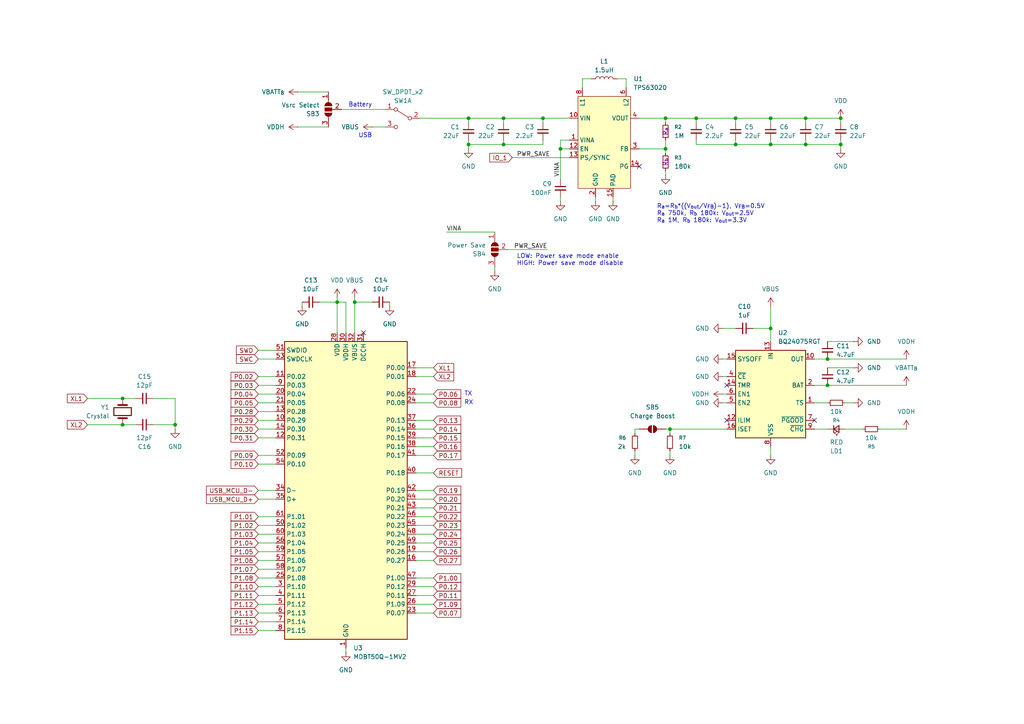
<source format=kicad_sch>
(kicad_sch (version 20250114) (generator "eeschema") (generator_version "9.0")
  (paper "A4")
  (lib_symbols
    (symbol "Battery_Management:BQ24075RGT"
      (property "Reference" "U" (at -8.89 13.97 0))
      (property "Value" "BQ24075RGT" (at 16.51 13.97 0))
      (symbol "BQ24075RGT_0_1"
        (rectangle (start -10.16 12.7) (end 10.16 -12.7) (stroke (width 0.254)) (fill (type background)))
      )
      (symbol "BQ24075RGT_1_1"
        (pin input line (at -12.7 10.16 0) (length 2.54) (name "SYSOFF") (number "15"))
        (pin input line (at -12.7 5.08 0) (length 2.54) (name "~{CE}") (number "4"))
        (pin input line (at -12.7 2.54 0) (length 2.54) (name "TMR") (number "14"))
        (pin input line (at -12.7 0 0) (length 2.54) (name "EN1") (number "6"))
        (pin input line (at -12.7 -2.54 0) (length 2.54) (name "EN2") (number "5"))
        (pin passive line (at -12.7 -7.62 0) (length 2.54) (name "ILIM") (number "12"))
        (pin passive line (at -12.7 -10.16 0) (length 2.54) (name "ISET") (number "16"))
        (pin power_in line (at 0 15.24 270) (length 2.54) (name "IN") (number "13"))
        (pin passive line (at 0 -15.24 90) (length 2.54) (hide yes) (name "VSS") (number "17"))
        (pin power_in line (at 0 -15.24 90) (length 2.54) (name "VSS") (number "8"))
        (pin power_out line (at 12.7 10.16 180) (length 2.54) (name "OUT") (number "10"))
        (pin passive line (at 12.7 10.16 180) (length 2.54) (hide yes) (name "OUT") (number "11"))
        (pin power_out line (at 12.7 2.54 180) (length 2.54) (name "BAT") (number "2"))
        (pin passive line (at 12.7 2.54 180) (length 2.54) (hide yes) (name "BAT") (number "3"))
        (pin passive line (at 12.7 -2.54 180) (length 2.54) (name "TS") (number "1"))
        (pin open_collector line (at 12.7 -7.62 180) (length 2.54) (name "~{PGOOD}") (number "7"))
        (pin open_collector line (at 12.7 -10.16 180) (length 2.54) (name "~{CHG}") (number "9"))
      )
    )
    (symbol "Device:C_Small" (pin_numbers (hide yes)) (pin_names (offset 0.254) (hide yes))
      (property "Reference" "C" (at 0.254 1.778 0))
      (property "Value" "C_Small" (at 0.254 -2.032 0))
      (symbol "C_Small_0_1"
        (polyline (pts (xy -1.524 0.508) (xy 1.524 0.508)) (stroke (width 0.3048)))
        (polyline (pts (xy -1.524 -0.508) (xy 1.524 -0.508)) (stroke (width 0.3302)))
      )
      (symbol "C_Small_1_1"
        (pin passive line (at 0 2.54 270) (length 2.032) (name "~") (number "1"))
        (pin passive line (at 0 -2.54 90) (length 2.032) (name "~") (number "2"))
      )
    )
    (symbol "Device:Crystal" (pin_numbers (hide yes)) (pin_names (offset 1.016) (hide yes))
      (property "Reference" "Y" (at 0 3.81 0))
      (property "Value" "Crystal" (at 0 -3.81 0))
      (symbol "Crystal_0_1"
        (polyline (pts (xy -2.54 0) (xy -1.905 0)))
        (polyline (pts (xy -1.905 -1.27) (xy -1.905 1.27)) (stroke (width 0.508)))
        (rectangle (start -1.143 2.54) (end 1.143 -2.54) (stroke (width 0.3048)))
        (polyline (pts (xy 1.905 -1.27) (xy 1.905 1.27)) (stroke (width 0.508)))
        (polyline (pts (xy 2.54 0) (xy 1.905 0)))
      )
      (symbol "Crystal_1_1"
        (pin passive line (at -3.81 0 0) (length 1.27) (name "1") (number "1"))
        (pin passive line (at 3.81 0 180) (length 1.27) (name "2") (number "2"))
      )
    )
    (symbol "Device:L" (pin_numbers (hide yes)) (pin_names (offset 1.016) (hide yes))
      (property "Reference" "L" (at -1.27 0 90))
      (property "Value" "L" (at 1.905 0 90))
      (symbol "L_0_1"
        (arc (start 0 2.54) (mid 0.6323 1.905) (end 0 1.27))
        (arc (start 0 1.27) (mid 0.6323 0.635) (end 0 0))
        (arc (start 0 0) (mid 0.6323 -0.635) (end 0 -1.27))
        (arc (start 0 -1.27) (mid 0.6323 -1.905) (end 0 -2.54))
      )
      (symbol "L_1_1"
        (pin passive line (at 0 3.81 270) (length 1.27) (name "1") (number "1"))
        (pin passive line (at 0 -3.81 90) (length 1.27) (name "2") (number "2"))
      )
    )
    (symbol "Device:LED_Small" (pin_numbers (hide yes)) (pin_names (offset 0.254) (hide yes))
      (property "Reference" "D" (at -1.27 3.175 0))
      (property "Value" "LED_Small" (at -4.445 -2.54 0))
      (symbol "LED_Small_0_1"
        (polyline (pts (xy -0.762 -1.016) (xy -0.762 1.016)) (stroke (width 0.254)))
        (polyline (pts (xy 0 0.762) (xy -0.508 1.27) (xy -0.254 1.27) (xy -0.508 1.27) (xy -0.508 1.016)))
        (polyline (pts (xy 0.508 1.27) (xy 0 1.778) (xy 0.254 1.778) (xy 0 1.778) (xy 0 1.524)))
        (polyline (pts (xy 0.762 -1.016) (xy -0.762 0) (xy 0.762 1.016) (xy 0.762 -1.016)) (stroke (width 0.254)))
        (polyline (pts (xy 1.016 0) (xy -0.762 0)))
      )
      (symbol "LED_Small_1_1"
        (pin passive line (at -2.54 0 0) (length 1.778) (name "K") (number "1"))
        (pin passive line (at 2.54 0 180) (length 1.778) (name "A") (number "2"))
      )
    )
    (symbol "Device:R_Small" (pin_numbers (hide yes)) (pin_names (offset 0.254) (hide yes))
      (property "Reference" "R" (at 0 0 90))
      (property "Value" "R_Small" (at 1.778 0 90))
      (symbol "R_Small_0_1"
        (rectangle (start -0.762 1.778) (end 0.762 -1.778) (stroke (width 0.2032)))
      )
      (symbol "R_Small_1_1"
        (pin passive line (at 0 2.54 270) (length 0.762) (name "~") (number "1"))
        (pin passive line (at 0 -2.54 90) (length 0.762) (name "~") (number "2"))
      )
    )
    (symbol "ErgoSNM_Keyboard_Library:TPS63020"
      (property "Reference" "U" (at 11.938 7.874 0))
      (property "Value" "TPS63020" (at 15.24 5.08 0))
      (symbol "TPS63020_1_1"
        (rectangle (start -7.62 0) (end 7.62 -26.67) (fill (type background)))
        (pin input line (at -10.16 -3.81 0) (length 2.54) (hide yes) (name "VIN") (number "11"))
        (pin input line (at -10.16 -6.35 0) (length 2.54) (name "VIN") (number "10"))
        (pin input line (at -10.16 -12.7 0) (length 2.54) (name "VINA") (number "1"))
        (pin input line (at -10.16 -15.24 0) (length 2.54) (name "EN") (number "12"))
        (pin input line (at -10.16 -17.78 0) (length 2.54) (name "PS/SYNC") (number "13"))
        (pin input line (at -6.35 2.54 270) (length 2.54) (name "L1") (number "8"))
        (pin input line (at -3.81 2.54 270) (length 2.54) (hide yes) (name "L1") (number "9"))
        (pin input line (at -2.54 -29.21 90) (length 2.54) (name "GND") (number "2"))
        (pin input line (at 2.54 -29.21 90) (length 2.54) (name "PAD") (number "15"))
        (pin input line (at 3.81 2.54 270) (length 2.54) (hide yes) (name "L2") (number "7"))
        (pin input line (at 6.35 2.54 270) (length 2.54) (name "L2") (number "6"))
        (pin input line (at 10.16 -3.81 180) (length 2.54) (hide yes) (name "VOUT") (number "5"))
        (pin input line (at 10.16 -6.35 180) (length 2.54) (name "VOUT") (number "4"))
        (pin input line (at 10.16 -15.24 180) (length 2.54) (name "FB") (number "3"))
        (pin input line (at 10.16 -20.32 180) (length 2.54) (name "PG") (number "14"))
      )
    )
    (symbol "Jumper:SolderJumper_2_Open" (pin_numbers (hide yes)) (pin_names (offset 0) (hide yes)) (in_bom no)
      (property "Reference" "JP" (at 0 2.032 0))
      (property "Value" "SolderJumper_2_Open" (at 0 -2.54 0))
      (symbol "SolderJumper_2_Open_0_1"
        (polyline (pts (xy -0.254 1.016) (xy -0.254 -1.016)))
        (arc (start -0.254 -1.016) (mid -1.2656 0) (end -0.254 1.016))
        (arc (start -0.254 -1.016) (mid -1.2656 0) (end -0.254 1.016) (fill (type outline)))
        (arc (start 0.254 1.016) (mid 1.2656 0) (end 0.254 -1.016))
        (arc (start 0.254 1.016) (mid 1.2656 0) (end 0.254 -1.016) (fill (type outline)))
        (polyline (pts (xy 0.254 1.016) (xy 0.254 -1.016)))
      )
      (symbol "SolderJumper_2_Open_1_1"
        (pin passive line (at -3.81 0 0) (length 2.54) (name "A") (number "1"))
        (pin passive line (at 3.81 0 180) (length 2.54) (name "B") (number "2"))
      )
    )
    (symbol "Jumper:SolderJumper_3_Open" (pin_names (offset 0) (hide yes)) (in_bom no)
      (property "Reference" "JP" (at -2.54 -2.54 0))
      (property "Value" "SolderJumper_3_Open" (at 0 2.794 0))
      (symbol "SolderJumper_3_Open_0_1"
        (polyline (pts (xy -2.54 0) (xy -2.032 0)))
        (polyline (pts (xy -1.016 1.016) (xy -1.016 -1.016)))
        (arc (start -1.016 -1.016) (mid -2.0276 0) (end -1.016 1.016))
        (arc (start -1.016 -1.016) (mid -2.0276 0) (end -1.016 1.016) (fill (type outline)))
        (rectangle (start -0.508 1.016) (end 0.508 -1.016) (fill (type outline)))
        (polyline (pts (xy 0 -1.27) (xy 0 -1.016)))
        (arc (start 1.016 1.016) (mid 2.0276 0) (end 1.016 -1.016))
        (arc (start 1.016 1.016) (mid 2.0276 0) (end 1.016 -1.016) (fill (type outline)))
        (polyline (pts (xy 1.016 1.016) (xy 1.016 -1.016)))
        (polyline (pts (xy 2.54 0) (xy 2.032 0)))
      )
      (symbol "SolderJumper_3_Open_1_1"
        (pin passive line (at -5.08 0 0) (length 2.54) (name "A") (number "1"))
        (pin passive line (at 0 -3.81 90) (length 2.54) (name "C") (number "2"))
        (pin passive line (at 5.08 0 180) (length 2.54) (name "B") (number "3"))
      )
    )
    (symbol "RF_Module:MDBT50Q-1MV2"
      (property "Reference" "U" (at 0 0 0))
      (property "Value" "MDBT50Q-1MV2" (at 0 -2.54 0))
      (symbol "MDBT50Q-1MV2_0_1"
        (rectangle (start -17.78 43.18) (end 17.78 -43.18) (stroke (width 0.254)) (fill (type background)))
      )
      (symbol "MDBT50Q-1MV2_1_1"
        (pin bidirectional line (at -20.32 40.64 0) (length 2.54) (name "SWDIO") (number "51"))
        (pin input line (at -20.32 38.1 0) (length 2.54) (name "SWDCLK") (number "53"))
        (pin bidirectional line (at -20.32 33.02 0) (length 2.54) (name "P0.02") (number "11"))
        (pin bidirectional line (at -20.32 30.48 0) (length 2.54) (name "P0.03") (number "9"))
        (pin bidirectional line (at -20.32 27.94 0) (length 2.54) (name "P0.04") (number "20"))
        (pin bidirectional line (at -20.32 25.4 0) (length 2.54) (name "P0.05") (number "21"))
        (pin bidirectional line (at -20.32 22.86 0) (length 2.54) (name "P0.28") (number "13"))
        (pin bidirectional line (at -20.32 20.32 0) (length 2.54) (name "P0.29") (number "10"))
        (pin bidirectional line (at -20.32 17.78 0) (length 2.54) (name "P0.30") (number "14"))
        (pin bidirectional line (at -20.32 15.24 0) (length 2.54) (name "P0.31") (number "12"))
        (pin bidirectional line (at -20.32 10.16 0) (length 2.54) (name "P0.09") (number "52"))
        (pin bidirectional line (at -20.32 7.62 0) (length 2.54) (name "P0.10") (number "54"))
        (pin bidirectional line (at -20.32 0 0) (length 2.54) (name "D-") (number "34"))
        (pin bidirectional line (at -20.32 -2.54 0) (length 2.54) (name "D+") (number "35"))
        (pin bidirectional line (at -20.32 -7.62 0) (length 2.54) (name "P1.01") (number "61"))
        (pin bidirectional line (at -20.32 -10.16 0) (length 2.54) (name "P1.02") (number "50"))
        (pin bidirectional line (at -20.32 -12.7 0) (length 2.54) (name "P1.03") (number "60"))
        (pin bidirectional line (at -20.32 -15.24 0) (length 2.54) (name "P1.04") (number "56"))
        (pin bidirectional line (at -20.32 -17.78 0) (length 2.54) (name "P1.05") (number "59"))
        (pin bidirectional line (at -20.32 -20.32 0) (length 2.54) (name "P1.06") (number "57"))
        (pin bidirectional line (at -20.32 -22.86 0) (length 2.54) (name "P1.07") (number "58"))
        (pin bidirectional line (at -20.32 -25.4 0) (length 2.54) (name "P1.08") (number "25"))
        (pin bidirectional line (at -20.32 -27.94 0) (length 2.54) (name "P1.10") (number "3"))
        (pin bidirectional line (at -20.32 -30.48 0) (length 2.54) (name "P1.11") (number "4"))
        (pin bidirectional line (at -20.32 -33.02 0) (length 2.54) (name "P1.12") (number "5"))
        (pin bidirectional line (at -20.32 -35.56 0) (length 2.54) (name "P1.13") (number "6"))
        (pin bidirectional line (at -20.32 -38.1 0) (length 2.54) (name "P1.14") (number "7"))
        (pin bidirectional line (at -20.32 -40.64 0) (length 2.54) (name "P1.15") (number "8"))
        (pin power_in line (at -2.54 45.72 270) (length 2.54) (name "VDD") (number "28"))
        (pin power_in line (at 0 45.72 270) (length 2.54) (name "VDDH") (number "30"))
        (pin power_in line (at 0 -45.72 90) (length 2.54) (name "GND") (number "1"))
        (pin passive line (at 0 -45.72 90) (length 2.54) (hide yes) (name "GND") (number "15"))
        (pin passive line (at 0 -45.72 90) (length 2.54) (hide yes) (name "GND") (number "2"))
        (pin passive line (at 0 -45.72 90) (length 2.54) (hide yes) (name "GND") (number "33"))
        (pin passive line (at 0 -45.72 90) (length 2.54) (hide yes) (name "GND") (number "55"))
        (pin power_in line (at 2.54 45.72 270) (length 2.54) (name "VBUS") (number "32"))
        (pin power_out line (at 5.08 45.72 270) (length 2.54) (name "DCCH") (number "31"))
        (pin bidirectional line (at 20.32 35.56 180) (length 2.54) (name "P0.00") (number "17"))
        (pin bidirectional line (at 20.32 33.02 180) (length 2.54) (name "P0.01") (number "18"))
        (pin bidirectional line (at 20.32 27.94 180) (length 2.54) (name "P0.06") (number "22"))
        (pin bidirectional line (at 20.32 25.4 180) (length 2.54) (name "P0.08") (number "24"))
        (pin bidirectional line (at 20.32 20.32 180) (length 2.54) (name "P0.13") (number "37"))
        (pin bidirectional line (at 20.32 17.78 180) (length 2.54) (name "P0.14") (number "36"))
        (pin bidirectional line (at 20.32 15.24 180) (length 2.54) (name "P0.15") (number "39"))
        (pin bidirectional line (at 20.32 12.7 180) (length 2.54) (name "P0.16") (number "38"))
        (pin bidirectional line (at 20.32 10.16 180) (length 2.54) (name "P0.17") (number "41"))
        (pin bidirectional line (at 20.32 5.08 180) (length 2.54) (name "P0.18") (number "40"))
        (pin bidirectional line (at 20.32 0 180) (length 2.54) (name "P0.19") (number "42"))
        (pin bidirectional line (at 20.32 -2.54 180) (length 2.54) (name "P0.20") (number "44"))
        (pin bidirectional line (at 20.32 -5.08 180) (length 2.54) (name "P0.21") (number "43"))
        (pin bidirectional line (at 20.32 -7.62 180) (length 2.54) (name "P0.22") (number "46"))
        (pin bidirectional line (at 20.32 -10.16 180) (length 2.54) (name "P0.23") (number "45"))
        (pin bidirectional line (at 20.32 -12.7 180) (length 2.54) (name "P0.24") (number "48"))
        (pin bidirectional line (at 20.32 -15.24 180) (length 2.54) (name "P0.25") (number "49"))
        (pin bidirectional line (at 20.32 -17.78 180) (length 2.54) (name "P0.26") (number "19"))
        (pin bidirectional line (at 20.32 -20.32 180) (length 2.54) (name "P0.27") (number "16"))
        (pin bidirectional line (at 20.32 -25.4 180) (length 2.54) (name "P1.00") (number "47"))
        (pin bidirectional line (at 20.32 -27.94 180) (length 2.54) (name "P0.12") (number "29"))
        (pin bidirectional line (at 20.32 -30.48 180) (length 2.54) (name "P0.11") (number "27"))
        (pin bidirectional line (at 20.32 -33.02 180) (length 2.54) (name "P1.09") (number "26"))
        (pin bidirectional line (at 20.32 -35.56 180) (length 2.54) (name "P0.07") (number "23"))
      )
    )
    (symbol "Switch:SW_DPDT_x2" (pin_names (offset 0) (hide yes))
      (property "Reference" "SW" (at 0 4.318 0))
      (property "Value" "SW_DPDT_x2" (at 0 -5.08 0))
      (symbol "SW_DPDT_x2_0_0"
        (circle (center -2.032 0) (radius 0.508))
        (circle (center 2.032 -2.54) (radius 0.508))
      )
      (symbol "SW_DPDT_x2_0_1"
        (polyline (pts (xy -1.524 0.254) (xy 1.651 2.286)))
        (circle (center 2.032 2.54) (radius 0.508))
      )
      (symbol "SW_DPDT_x2_1_1"
        (pin passive line (at -5.08 0 0) (length 2.54) (name "B") (number "2"))
        (pin passive line (at 5.08 2.54 180) (length 2.54) (name "A") (number "1"))
        (pin passive line (at 5.08 -2.54 180) (length 2.54) (name "C") (number "3"))
      )
      (symbol "SW_DPDT_x2_2_1"
        (pin passive line (at -5.08 0 0) (length 2.54) (name "B") (number "5"))
        (pin passive line (at 5.08 2.54 180) (length 2.54) (name "A") (number "4"))
        (pin passive line (at 5.08 -2.54 180) (length 2.54) (name "C") (number "6"))
      )
    )
    (symbol "power:+BATT" (power) (pin_numbers (hide yes)) (pin_names (offset 0) (hide yes))
      (property "Value" "+BATT" (at 0 3.556 0))
      (symbol "+BATT_0_1"
        (polyline (pts (xy -0.762 1.27) (xy 0 2.54)))
        (polyline (pts (xy 0 2.54) (xy 0.762 1.27)))
        (polyline (pts (xy 0 0) (xy 0 2.54)))
      )
      (symbol "+BATT_1_1"
        (pin power_in line (at 0 0 90) (length 0) (name "~") (number "1"))
      )
    )
    (symbol "power:GND" (power) (pin_numbers (hide yes)) (pin_names (offset 0) (hide yes))
      (property "Value" "GND" (at 0 -3.81 0))
      (symbol "GND_0_1"
        (polyline (pts (xy 0 0) (xy 0 -1.27) (xy 1.27 -1.27) (xy 0 -2.54) (xy -1.27 -1.27) (xy 0 -1.27)))
      )
      (symbol "GND_1_1"
        (pin power_in line (at 0 0 270) (length 0) (name "~") (number "1"))
      )
    )
    (symbol "power:VBUS" (power) (pin_numbers (hide yes)) (pin_names (offset 0) (hide yes))
      (property "Value" "VBUS" (at 0 3.556 0))
      (symbol "VBUS_0_1"
        (polyline (pts (xy -0.762 1.27) (xy 0 2.54)))
        (polyline (pts (xy 0 2.54) (xy 0.762 1.27)))
        (polyline (pts (xy 0 0) (xy 0 2.54)))
      )
      (symbol "VBUS_1_1"
        (pin power_in line (at 0 0 90) (length 0) (name "~") (number "1"))
      )
    )
    (symbol "power:VDD" (power) (pin_numbers (hide yes)) (pin_names (offset 0) (hide yes))
      (property "Value" "VDD" (at 0 3.556 0))
      (symbol "VDD_0_1"
        (polyline (pts (xy -0.762 1.27) (xy 0 2.54)))
        (polyline (pts (xy 0 2.54) (xy 0.762 1.27)))
        (polyline (pts (xy 0 0) (xy 0 2.54)))
      )
      (symbol "VDD_1_1"
        (pin power_in line (at 0 0 90) (length 0) (name "~") (number "1"))
      )
    )
  )
  (text "LOW: Power save mode enable\nHIGH: Power save mode disable" (at 149.86 73.66 0) (effects (font (size 1.27 1.27)) (justify left top)))
  (text "RX" (at 134.62 116.84 0) (effects (font (size 1.27 1.27)) (justify left)))
  (text "TX" (at 134.62 114.3 0) (effects (font (size 1.27 1.27)) (justify left)))
  (text "Battery" (at 107.95 30.48 0) (effects (font (size 1.27 1.27)) (justify right)))
  (text "USB" (at 107.95 39.37 0) (effects (font (size 1.27 1.27)) (justify right)))
  (text "R_{a}=R_{b}*((V_{out}/V_{FB})-1), V_{FB}=0.5V\nR_{a} 750k, R_{b} 180k: V_{out}=2.5V\nR_{a} 1M, R_{b} 180k: V_{out}=3.3V" (at 190.5 64.77 0) (effects (font (size 1.27 1.27)) (justify left bottom)))
  (junction (at 240.03 111.76))
  (junction (at 35.56 115.57))
  (junction (at 223.52 34.29))
  (junction (at 146.05 34.29))
  (junction (at 201.93 34.29))
  (junction (at 243.84 34.29))
  (junction (at 135.89 34.29))
  (junction (at 233.68 41.91))
  (junction (at 157.48 34.29))
  (junction (at 193.04 43.18))
  (junction (at 146.05 41.91))
  (junction (at 243.84 41.91))
  (junction (at 50.8 123.19))
  (junction (at 213.36 41.91))
  (junction (at 97.79 87.63))
  (junction (at 135.89 41.91))
  (junction (at 194.31 124.46))
  (junction (at 102.87 87.63))
  (junction (at 35.56 123.19))
  (junction (at 223.52 41.91))
  (junction (at 193.04 34.29))
  (junction (at 223.52 95.25))
  (junction (at 233.68 34.29))
  (junction (at 240.03 104.14))
  (junction (at 162.56 43.18))
  (junction (at 213.36 34.29))
  (no_connect (at 105.41 96.52))
  (no_connect (at 210.82 121.92))
  (no_connect (at 210.82 111.76))
  (no_connect (at 185.42 48.26))
  (no_connect (at 236.22 121.92))
  (wire (pts (xy 74.93 154.94) (xy 80.01 154.94)))
  (wire (pts (xy 243.84 34.29) (xy 243.84 35.56)))
  (wire (pts (xy 50.8 124.46) (xy 50.8 123.19)))
  (wire (pts (xy 125.73 129.54) (xy 120.65 129.54)))
  (wire (pts (xy 125.73 172.72) (xy 120.65 172.72)))
  (wire (pts (xy 74.93 167.64) (xy 80.01 167.64)))
  (wire (pts (xy 194.31 124.46) (xy 194.31 125.73)))
  (wire (pts (xy 223.52 34.29) (xy 213.36 34.29)))
  (wire (pts (xy 233.68 34.29) (xy 223.52 34.29)))
  (wire (pts (xy 50.8 115.57) (xy 50.8 123.19)))
  (wire (pts (xy 243.84 40.64) (xy 243.84 41.91)))
  (wire (pts (xy 74.93 114.3) (xy 80.01 114.3)))
  (wire (pts (xy 125.73 170.18) (xy 120.65 170.18)))
  (wire (pts (xy 147.32 72.39) (xy 158.75 72.39)))
  (wire (pts (xy 209.55 114.3) (xy 210.82 114.3)))
  (wire (pts (xy 125.73 152.4) (xy 120.65 152.4)))
  (wire (pts (xy 236.22 124.46) (xy 240.03 124.46)))
  (wire (pts (xy 165.1 43.18) (xy 162.56 43.18)))
  (wire (pts (xy 125.73 144.78) (xy 120.65 144.78)))
  (wire (pts (xy 240.03 111.76) (xy 262.89 111.76)))
  (wire (pts (xy 44.45 115.57) (xy 50.8 115.57)))
  (wire (pts (xy 209.55 104.14) (xy 210.82 104.14)))
  (wire (pts (xy 74.93 172.72) (xy 80.01 172.72)))
  (wire (pts (xy 125.73 157.48) (xy 120.65 157.48)))
  (wire (pts (xy 125.73 116.84) (xy 120.65 116.84)))
  (wire (pts (xy 100.33 189.23) (xy 100.33 187.96)))
  (wire (pts (xy 177.8 57.15) (xy 177.8 58.42)))
  (wire (pts (xy 135.89 34.29) (xy 135.89 35.56)))
  (wire (pts (xy 74.93 175.26) (xy 80.01 175.26)))
  (wire (pts (xy 135.89 34.29) (xy 146.05 34.29)))
  (wire (pts (xy 125.73 160.02) (xy 120.65 160.02)))
  (wire (pts (xy 209.55 116.84) (xy 210.82 116.84)))
  (wire (pts (xy 223.52 132.08) (xy 223.52 129.54)))
  (wire (pts (xy 245.11 124.46) (xy 250.19 124.46)))
  (wire (pts (xy 74.93 182.88) (xy 80.01 182.88)))
  (wire (pts (xy 146.05 41.91) (xy 135.89 41.91)))
  (wire (pts (xy 135.89 41.91) (xy 135.89 43.18)))
  (wire (pts (xy 74.93 170.18) (xy 80.01 170.18)))
  (wire (pts (xy 74.93 104.14) (xy 80.01 104.14)))
  (wire (pts (xy 193.04 43.18) (xy 193.04 44.45)))
  (wire (pts (xy 193.04 40.64) (xy 193.04 43.18)))
  (wire (pts (xy 223.52 34.29) (xy 223.52 35.56)))
  (wire (pts (xy 233.68 34.29) (xy 233.68 35.56)))
  (wire (pts (xy 125.73 132.08) (xy 120.65 132.08)))
  (wire (pts (xy 99.06 31.75) (xy 111.76 31.75)))
  (wire (pts (xy 157.48 34.29) (xy 157.48 35.56)))
  (wire (pts (xy 193.04 124.46) (xy 194.31 124.46)))
  (wire (pts (xy 223.52 88.9) (xy 223.52 95.25)))
  (wire (pts (xy 125.73 149.86) (xy 120.65 149.86)))
  (wire (pts (xy 146.05 34.29) (xy 157.48 34.29)))
  (wire (pts (xy 74.93 152.4) (xy 80.01 152.4)))
  (wire (pts (xy 113.03 88.9) (xy 113.03 87.63)))
  (wire (pts (xy 165.1 40.64) (xy 162.56 40.64)))
  (wire (pts (xy 125.73 167.64) (xy 120.65 167.64)))
  (wire (pts (xy 74.93 149.86) (xy 80.01 149.86)))
  (wire (pts (xy 223.52 41.91) (xy 223.52 40.64)))
  (wire (pts (xy 162.56 43.18) (xy 162.56 52.07)))
  (wire (pts (xy 201.93 34.29) (xy 213.36 34.29)))
  (wire (pts (xy 194.31 124.46) (xy 210.82 124.46)))
  (wire (pts (xy 146.05 40.64) (xy 146.05 41.91)))
  (wire (pts (xy 209.55 95.25) (xy 213.36 95.25)))
  (wire (pts (xy 143.51 78.74) (xy 143.51 77.47)))
  (wire (pts (xy 146.05 41.91) (xy 157.48 41.91)))
  (wire (pts (xy 185.42 43.18) (xy 193.04 43.18)))
  (wire (pts (xy 74.93 119.38) (xy 80.01 119.38)))
  (wire (pts (xy 125.73 127) (xy 120.65 127)))
  (wire (pts (xy 125.73 109.22) (xy 120.65 109.22)))
  (wire (pts (xy 193.04 50.8) (xy 193.04 49.53)))
  (wire (pts (xy 201.93 40.64) (xy 201.93 41.91)))
  (wire (pts (xy 74.93 132.08) (xy 80.01 132.08)))
  (wire (pts (xy 157.48 40.64) (xy 157.48 41.91)))
  (wire (pts (xy 125.73 177.8) (xy 120.65 177.8)))
  (wire (pts (xy 74.93 162.56) (xy 80.01 162.56)))
  (wire (pts (xy 129.54 67.31) (xy 143.51 67.31)))
  (wire (pts (xy 223.52 95.25) (xy 218.44 95.25)))
  (wire (pts (xy 125.73 114.3) (xy 120.65 114.3)))
  (wire (pts (xy 125.73 106.68) (xy 120.65 106.68)))
  (wire (pts (xy 213.36 34.29) (xy 213.36 35.56)))
  (wire (pts (xy 213.36 41.91) (xy 213.36 40.64)))
  (wire (pts (xy 25.4 115.57) (xy 35.56 115.57)))
  (wire (pts (xy 39.37 123.19) (xy 35.56 123.19)))
  (wire (pts (xy 185.42 34.29) (xy 193.04 34.29)))
  (wire (pts (xy 247.65 116.84) (xy 245.11 116.84)))
  (wire (pts (xy 240.03 111.76) (xy 236.22 111.76)))
  (wire (pts (xy 74.93 127) (xy 80.01 127)))
  (wire (pts (xy 74.93 101.6) (xy 80.01 101.6)))
  (wire (pts (xy 125.73 137.16) (xy 120.65 137.16)))
  (wire (pts (xy 168.91 25.4) (xy 168.91 22.86)))
  (wire (pts (xy 209.55 109.22) (xy 210.82 109.22)))
  (wire (pts (xy 201.93 41.91) (xy 213.36 41.91)))
  (wire (pts (xy 100.33 87.63) (xy 100.33 96.52)))
  (wire (pts (xy 240.03 116.84) (xy 236.22 116.84)))
  (wire (pts (xy 184.15 130.81) (xy 184.15 132.08)))
  (wire (pts (xy 125.73 162.56) (xy 120.65 162.56)))
  (wire (pts (xy 233.68 41.91) (xy 223.52 41.91)))
  (wire (pts (xy 165.1 45.72) (xy 148.59 45.72)))
  (wire (pts (xy 181.61 22.86) (xy 179.07 22.86)))
  (wire (pts (xy 125.73 175.26) (xy 120.65 175.26)))
  (wire (pts (xy 125.73 142.24) (xy 120.65 142.24)))
  (wire (pts (xy 39.37 115.57) (xy 35.56 115.57)))
  (wire (pts (xy 168.91 22.86) (xy 171.45 22.86)))
  (wire (pts (xy 243.84 34.29) (xy 233.68 34.29)))
  (wire (pts (xy 181.61 25.4) (xy 181.61 22.86)))
  (wire (pts (xy 240.03 99.06) (xy 247.65 99.06)))
  (wire (pts (xy 162.56 57.15) (xy 162.56 58.42)))
  (wire (pts (xy 135.89 40.64) (xy 135.89 41.91)))
  (wire (pts (xy 125.73 121.92) (xy 120.65 121.92)))
  (wire (pts (xy 121.92 34.29) (xy 135.89 34.29)))
  (wire (pts (xy 102.87 87.63) (xy 102.87 96.52)))
  (wire (pts (xy 201.93 34.29) (xy 201.93 35.56)))
  (wire (pts (xy 240.03 106.68) (xy 247.65 106.68)))
  (wire (pts (xy 243.84 43.18) (xy 243.84 41.91)))
  (wire (pts (xy 44.45 123.19) (xy 50.8 123.19)))
  (wire (pts (xy 193.04 34.29) (xy 201.93 34.29)))
  (wire (pts (xy 107.95 36.83) (xy 111.76 36.83)))
  (wire (pts (xy 233.68 41.91) (xy 233.68 40.64)))
  (wire (pts (xy 223.52 99.06) (xy 223.52 95.25)))
  (wire (pts (xy 97.79 87.63) (xy 97.79 96.52)))
  (wire (pts (xy 236.22 104.14) (xy 240.03 104.14)))
  (wire (pts (xy 74.93 144.78) (xy 80.01 144.78)))
  (wire (pts (xy 74.93 165.1) (xy 80.01 165.1)))
  (wire (pts (xy 223.52 41.91) (xy 213.36 41.91)))
  (wire (pts (xy 102.87 87.63) (xy 107.95 87.63)))
  (wire (pts (xy 87.63 87.63) (xy 87.63 88.9)))
  (wire (pts (xy 74.93 111.76) (xy 80.01 111.76)))
  (wire (pts (xy 74.93 134.62) (xy 80.01 134.62)))
  (wire (pts (xy 92.71 87.63) (xy 97.79 87.63)))
  (wire (pts (xy 100.33 87.63) (xy 97.79 87.63)))
  (wire (pts (xy 74.93 180.34) (xy 80.01 180.34)))
  (wire (pts (xy 74.93 157.48) (xy 80.01 157.48)))
  (wire (pts (xy 25.4 123.19) (xy 35.56 123.19)))
  (wire (pts (xy 74.93 142.24) (xy 80.01 142.24)))
  (wire (pts (xy 97.79 86.36) (xy 97.79 87.63)))
  (wire (pts (xy 184.15 124.46) (xy 185.42 124.46)))
  (wire (pts (xy 74.93 121.92) (xy 80.01 121.92)))
  (wire (pts (xy 86.36 36.83) (xy 95.25 36.83)))
  (wire (pts (xy 146.05 35.56) (xy 146.05 34.29)))
  (wire (pts (xy 240.03 104.14) (xy 262.89 104.14)))
  (wire (pts (xy 74.93 177.8) (xy 80.01 177.8)))
  (wire (pts (xy 193.04 35.56) (xy 193.04 34.29)))
  (wire (pts (xy 162.56 40.64) (xy 162.56 43.18)))
  (wire (pts (xy 194.31 132.08) (xy 194.31 130.81)))
  (wire (pts (xy 74.93 109.22) (xy 80.01 109.22)))
  (wire (pts (xy 255.27 124.46) (xy 262.89 124.46)))
  (wire (pts (xy 74.93 116.84) (xy 80.01 116.84)))
  (wire (pts (xy 102.87 86.36) (xy 102.87 87.63)))
  (wire (pts (xy 86.36 26.67) (xy 95.25 26.67)))
  (wire (pts (xy 74.93 124.46) (xy 80.01 124.46)))
  (wire (pts (xy 172.72 57.15) (xy 172.72 58.42)))
  (wire (pts (xy 125.73 147.32) (xy 120.65 147.32)))
  (wire (pts (xy 125.73 154.94) (xy 120.65 154.94)))
  (wire (pts (xy 184.15 125.73) (xy 184.15 124.46)))
  (wire (pts (xy 74.93 160.02) (xy 80.01 160.02)))
  (wire (pts (xy 125.73 124.46) (xy 120.65 124.46)))
  (wire (pts (xy 157.48 34.29) (xy 165.1 34.29)))
  (wire (pts (xy 243.84 41.91) (xy 233.68 41.91)))
  (label "VINA" (at 162.56 46.99 270))
  (label "PWR_SAVE" (at 149.86 45.72 0))
  (label "VINA" (at 129.54 67.31 0))
  (label "PWR_SAVE" (at 158.75 72.39 180))
  (global_label "P0.27" (shape input) (at 125.73 162.56 0) (property "Intersheetrefs" "${INTERSHEET_REFS}" (effects (hide yes))))
  (global_label "P0.20" (shape input) (at 125.73 144.78 0) (property "Intersheetrefs" "${INTERSHEET_REFS}" (effects (hide yes))))
  (global_label "RESET" (shape input) (at 125.73 137.16 0) (property "Intersheetrefs" "${INTERSHEET_REFS}" (effects (hide yes))))
  (global_label "P0.23" (shape input) (at 125.73 152.4 0) (property "Intersheetrefs" "${INTERSHEET_REFS}" (effects (hide yes))))
  (global_label "P0.07" (shape input) (at 125.73 177.8 0) (property "Intersheetrefs" "${INTERSHEET_REFS}" (effects (hide yes))))
  (global_label "P1.02" (shape input) (at 74.93 152.4 180) (property "Intersheetrefs" "${INTERSHEET_REFS}" (effects (hide yes))))
  (global_label "USB_MCU_D+" (shape input) (at 74.93 144.78 180) (property "Intersheetrefs" "${INTERSHEET_REFS}" (effects (hide yes))))
  (global_label "P1.00" (shape input) (at 125.73 167.64 0) (property "Intersheetrefs" "${INTERSHEET_REFS}" (effects (hide yes))))
  (global_label "P0.16" (shape input) (at 125.73 129.54 0) (property "Intersheetrefs" "${INTERSHEET_REFS}" (effects (hide yes))))
  (global_label "XL1" (shape input) (at 25.4 115.57 180) (property "Intersheetrefs" "${INTERSHEET_REFS}" (effects (hide yes))))
  (global_label "P1.14" (shape input) (at 74.93 180.34 180) (property "Intersheetrefs" "${INTERSHEET_REFS}" (effects (hide yes))))
  (global_label "IO_1" (shape input) (at 148.59 45.72 180) (property "Intersheetrefs" "${INTERSHEET_REFS}" (effects (hide yes))))
  (global_label "P0.19" (shape input) (at 125.73 142.24 0) (property "Intersheetrefs" "${INTERSHEET_REFS}" (effects (hide yes))))
  (global_label "P0.11" (shape input) (at 125.73 172.72 0) (property "Intersheetrefs" "${INTERSHEET_REFS}" (effects (hide yes))))
  (global_label "P0.05" (shape input) (at 74.93 116.84 180) (property "Intersheetrefs" "${INTERSHEET_REFS}" (effects (hide yes))))
  (global_label "P0.12" (shape input) (at 125.73 170.18 0) (property "Intersheetrefs" "${INTERSHEET_REFS}" (effects (hide yes))))
  (global_label "P1.11" (shape input) (at 74.93 172.72 180) (property "Intersheetrefs" "${INTERSHEET_REFS}" (effects (hide yes))))
  (global_label "P1.15" (shape input) (at 74.93 182.88 180) (property "Intersheetrefs" "${INTERSHEET_REFS}" (effects (hide yes))))
  (global_label "SWD" (shape input) (at 74.93 101.6 180) (property "Intersheetrefs" "${INTERSHEET_REFS}" (effects (hide yes))))
  (global_label "P1.13" (shape input) (at 74.93 177.8 180) (property "Intersheetrefs" "${INTERSHEET_REFS}" (effects (hide yes))))
  (global_label "P1.05" (shape input) (at 74.93 160.02 180) (property "Intersheetrefs" "${INTERSHEET_REFS}" (effects (hide yes))))
  (global_label "P0.02" (shape input) (at 74.93 109.22 180) (property "Intersheetrefs" "${INTERSHEET_REFS}" (effects (hide yes))))
  (global_label "P1.12" (shape input) (at 74.93 175.26 180) (property "Intersheetrefs" "${INTERSHEET_REFS}" (effects (hide yes))))
  (global_label "P0.25" (shape input) (at 125.73 157.48 0) (property "Intersheetrefs" "${INTERSHEET_REFS}" (effects (hide yes))))
  (global_label "P1.01" (shape input) (at 74.93 149.86 180) (property "Intersheetrefs" "${INTERSHEET_REFS}" (effects (hide yes))))
  (global_label "P0.03" (shape input) (at 74.93 111.76 180) (property "Intersheetrefs" "${INTERSHEET_REFS}" (effects (hide yes))))
  (global_label "XL2" (shape input) (at 125.73 109.22 0) (property "Intersheetrefs" "${INTERSHEET_REFS}" (effects (hide yes))))
  (global_label "XL1" (shape input) (at 125.73 106.68 0) (property "Intersheetrefs" "${INTERSHEET_REFS}" (effects (hide yes))))
  (global_label "P0.04" (shape input) (at 74.93 114.3 180) (property "Intersheetrefs" "${INTERSHEET_REFS}" (effects (hide yes))))
  (global_label "SWC" (shape input) (at 74.93 104.14 180) (property "Intersheetrefs" "${INTERSHEET_REFS}" (effects (hide yes))))
  (global_label "P0.17" (shape input) (at 125.73 132.08 0) (property "Intersheetrefs" "${INTERSHEET_REFS}" (effects (hide yes))))
  (global_label "P0.29" (shape input) (at 74.93 121.92 180) (property "Intersheetrefs" "${INTERSHEET_REFS}" (effects (hide yes))))
  (global_label "P0.14" (shape input) (at 125.73 124.46 0) (property "Intersheetrefs" "${INTERSHEET_REFS}" (effects (hide yes))))
  (global_label "P1.09" (shape input) (at 125.73 175.26 0) (property "Intersheetrefs" "${INTERSHEET_REFS}" (effects (hide yes))))
  (global_label "P0.09" (shape input) (at 74.93 132.08 180) (property "Intersheetrefs" "${INTERSHEET_REFS}" (effects (hide yes))))
  (global_label "P0.08" (shape input) (at 125.73 116.84 0) (property "Intersheetrefs" "${INTERSHEET_REFS}" (effects (hide yes))))
  (global_label "P0.06" (shape input) (at 125.73 114.3 0) (property "Intersheetrefs" "${INTERSHEET_REFS}" (effects (hide yes))))
  (global_label "P0.15" (shape input) (at 125.73 127 0) (property "Intersheetrefs" "${INTERSHEET_REFS}" (effects (hide yes))))
  (global_label "P0.28" (shape input) (at 74.93 119.38 180) (property "Intersheetrefs" "${INTERSHEET_REFS}" (effects (hide yes))))
  (global_label "XL2" (shape input) (at 25.4 123.19 180) (property "Intersheetrefs" "${INTERSHEET_REFS}" (effects (hide yes))))
  (global_label "P1.04" (shape input) (at 74.93 157.48 180) (property "Intersheetrefs" "${INTERSHEET_REFS}" (effects (hide yes))))
  (global_label "P0.31" (shape input) (at 74.93 127 180) (property "Intersheetrefs" "${INTERSHEET_REFS}" (effects (hide yes))))
  (global_label "P0.30" (shape input) (at 74.93 124.46 180) (property "Intersheetrefs" "${INTERSHEET_REFS}" (effects (hide yes))))
  (global_label "P1.03" (shape input) (at 74.93 154.94 180) (property "Intersheetrefs" "${INTERSHEET_REFS}" (effects (hide yes))))
  (global_label "P0.26" (shape input) (at 125.73 160.02 0) (property "Intersheetrefs" "${INTERSHEET_REFS}" (effects (hide yes))))
  (global_label "P1.07" (shape input) (at 74.93 165.1 180) (property "Intersheetrefs" "${INTERSHEET_REFS}" (effects (hide yes))))
  (global_label "P1.06" (shape input) (at 74.93 162.56 180) (property "Intersheetrefs" "${INTERSHEET_REFS}" (effects (hide yes))))
  (global_label "P0.22" (shape input) (at 125.73 149.86 0) (property "Intersheetrefs" "${INTERSHEET_REFS}" (effects (hide yes))))
  (global_label "USB_MCU_D-" (shape input) (at 74.93 142.24 180) (property "Intersheetrefs" "${INTERSHEET_REFS}" (effects (hide yes))))
  (global_label "P0.13" (shape input) (at 125.73 121.92 0) (property "Intersheetrefs" "${INTERSHEET_REFS}" (effects (hide yes))))
  (global_label "P0.10" (shape input) (at 74.93 134.62 180) (property "Intersheetrefs" "${INTERSHEET_REFS}" (effects (hide yes))))
  (global_label "P0.21" (shape input) (at 125.73 147.32 0) (property "Intersheetrefs" "${INTERSHEET_REFS}" (effects (hide yes))))
  (global_label "P0.24" (shape input) (at 125.73 154.94 0) (property "Intersheetrefs" "${INTERSHEET_REFS}" (effects (hide yes))))
  (global_label "P1.10" (shape input) (at 74.93 170.18 180) (property "Intersheetrefs" "${INTERSHEET_REFS}" (effects (hide yes))))
  (global_label "P1.08" (shape input) (at 74.93 167.64 180) (property "Intersheetrefs" "${INTERSHEET_REFS}" (effects (hide yes))))
  (symbol (lib_id "Device:C_Small") (at 233.68 38.1 0) (unit 1)
    (property "Reference" "C7" (at 236.22 36.8362 0) (effects (justify left)))
    (property "Value" "22uF" (at 236.22 39.3762 0) (effects (justify left)))
    (property "Footprint" "Capacitor_SMD:C_0805_2012Metric" (effects (hide yes)))
    (property "Description" "Unpolarized capacitor, small symbol" (effects (hide yes)))
    (property "JLCPCB Part #" "C45783" (effects (hide yes)))
    (property "MFR. Part #" "CL21A226MAQNNNE" (effects (hide yes)))
  )
  (symbol (lib_id "power:GND") (at 209.55 104.14 270) (unit 1)
    (property "Reference" "#PWR032" (effects (hide yes)))
    (property "Value" "GND" (at 205.74 104.1399 90) (effects (justify right)))
    (property "Description" "Power symbol creates a global label with name \"GND\" , ground" (effects (hide yes)))
  )
  (symbol (lib_id "power:GND") (at 135.89 43.18 0) (unit 1)
    (property "Reference" "#PWR022" (effects (hide yes)))
    (property "Value" "GND" (at 135.89 48.26 0))
    (property "Description" "Power symbol creates a global label with name \"GND\" , ground" (effects (hide yes)))
  )
  (symbol (lib_id "power:GND") (at 247.65 99.06 90) (unit 1)
    (property "Reference" "#PWR031" (effects (hide yes)))
    (property "Value" "GND" (at 251.46 99.0599 90) (effects (justify right)))
    (property "Description" "Power symbol creates a global label with name \"GND\" , ground" (effects (hide yes)))
  )
  (symbol (lib_id "Device:L") (at 175.26 22.86 90) (unit 1)
    (property "Reference" "L1" (at 175.26 17.78 90))
    (property "Value" "1.5uH" (at 175.26 20.32 90))
    (property "Footprint" "Inductor_SMD:L_Changjiang_FNR252012S" (effects (hide yes)))
    (property "JLCPCB Part #" "C5832371" (effects (hide yes)))
    (property "MFR. Part #" "FTC252012S1R5MBCA" (effects (hide yes)))
  )
  (symbol (lib_id "power:VBUS") (at 107.95 36.83 90) (unit 1)
    (property "Reference" "#PWR021" (effects (hide yes)))
    (property "Value" "VBUS" (at 104.14 36.8299 90) (effects (justify left)))
    (property "Description" "Power symbol creates a global label with name \"VBUS\"" (effects (hide yes)))
  )
  (symbol (lib_id "power:+BATT") (at 86.36 26.67 90) (unit 1)
    (property "Reference" "#PWR018" (effects (hide yes)))
    (property "Value" "VBATT_{B}" (at 82.55 26.6699 90) (effects (justify left)))
    (property "Description" "Power symbol creates a global label with name \"+BATT\"" (effects (hide yes)))
  )
  (symbol (lib_id "Device:LED_Small") (at 242.57 124.46 0) (mirror x) (unit 1)
    (property "Reference" "LD1" (at 242.6335 130.81 0))
    (property "Value" "RED" (at 242.6335 128.27 0))
    (property "Footprint" "LED_SMD:LED_0603_1608Metric" (effects (hide yes)))
    (property "Description" "Light emitting diode, small symbol" (effects (hide yes)))
    (property "Sim.Pin" "1=K 2=A" (effects (hide yes)))
    (property "JLCPCB Part #" "C2286" (effects (hide yes)))
    (property "MFR. Part #" "KT-0603R" (effects (hide yes)))
  )
  (symbol (lib_id "power:GND") (at 87.63 88.9 0) (unit 1)
    (property "Reference" "#PWR033" (effects (hide yes)))
    (property "Value" "GND" (at 87.63 93.98 0))
    (property "Description" "Power symbol creates a global label with name \"GND\" , ground" (effects (hide yes)))
  )
  (symbol (lib_id "power:GND") (at 113.03 88.9 0) (unit 1)
    (property "Reference" "#PWR037" (effects (hide yes)))
    (property "Value" "GND" (at 113.03 93.98 0))
    (property "Description" "Power symbol creates a global label with name \"GND\" , ground" (effects (hide yes)))
  )
  (symbol (lib_id "power:+BATT") (at 262.89 111.76 0) (unit 1)
    (property "Reference" "#PWR036" (effects (hide yes)))
    (property "Value" "VBATT_{B}" (at 262.89 106.68 0))
    (property "Description" "Power symbol creates a global label with name \"+BATT\"" (effects (hide yes)))
  )
  (symbol (lib_id "power:VDD") (at 262.89 104.14 0) (unit 1)
    (property "Reference" "#PWR014" (effects (hide yes)))
    (property "Value" "VDDH" (at 262.89 99.06 0))
    (property "Description" "Power symbol creates a global label with name \"VDD\"" (effects (hide yes)))
  )
  (symbol (lib_id "Device:C_Small") (at 162.56 54.61 0) (mirror y) (unit 1)
    (property "Reference" "C9" (at 160.02 53.3462 0) (effects (justify left)))
    (property "Value" "100nF" (at 160.02 55.8862 0) (effects (justify left)))
    (property "Footprint" "Capacitor_SMD:C_0603_1608Metric" (effects (hide yes)))
    (property "Description" "Unpolarized capacitor, small symbol" (effects (hide yes)))
    (property "JLCPCB Part #" "C14663" (effects (hide yes)))
    (property "MFR. Part #" "CC0603KRX7R9BB104" (effects (hide yes)))
  )
  (symbol (lib_id "Device:R_Small") (at 193.04 38.1 0) (mirror y) (unit 1)
    (property "Reference" "R2" (at 195.58 36.8299 0) (effects (font (size 1.016 1.016)) (justify right)))
    (property "Value" "1M" (at 195.58 39.3699 0) (effects (justify right)))
    (property "Footprint" "Resistor_SMD:R_0603_1608Metric" (effects (hide yes)))
    (property "Description" "Resistor, small symbol" (effects (hide yes)))
    (property "Cal" "R_{a}" (at 193.04 38.1 90))
    (property "JLCPCB Part #" "C22935" (effects (hide yes)))
    (property "MFR. Part #" "0603WAF1004T5E" (effects (hide yes)))
  )
  (symbol (lib_id "power:GND") (at 143.51 78.74 0) (unit 1)
    (property "Reference" "#PWR028" (effects (hide yes)))
    (property "Value" "GND" (at 143.51 83.82 0))
    (property "Description" "Power symbol creates a global label with name \"GND\" , ground" (effects (hide yes)))
  )
  (symbol (lib_id "power:GND") (at 177.8 58.42 0) (unit 1)
    (property "Reference" "#PWR027" (effects (hide yes)))
    (property "Value" "GND" (at 177.8 63.5 0))
    (property "Description" "Power symbol creates a global label with name \"GND\" , ground" (effects (hide yes)))
  )
  (symbol (lib_id "power:VDD") (at 86.36 36.83 90) (unit 1)
    (property "Reference" "#PWR017" (effects (hide yes)))
    (property "Value" "VDDH" (at 82.55 36.8299 90) (effects (justify left)))
    (property "Description" "Power symbol creates a global label with name \"VDD\"" (effects (hide yes)))
  )
  (symbol (lib_id "power:VDD") (at 209.55 114.3 90) (unit 1)
    (property "Reference" "#PWR016" (effects (hide yes)))
    (property "Value" "VDDH" (at 205.74 114.2999 90) (effects (justify left)))
    (property "Description" "Power symbol creates a global label with name \"VDD\"" (effects (hide yes)))
  )
  (symbol (lib_id "Device:C_Small") (at 41.91 123.19 270) (mirror x) (unit 1)
    (property "Reference" "C16" (at 41.9036 129.54 90))
    (property "Value" "12pF" (at 41.9036 127 90))
    (property "Footprint" "Capacitor_SMD:C_0603_1608Metric" (effects (hide yes)))
    (property "Description" "Unpolarized capacitor, small symbol" (effects (hide yes)))
    (property "JLCPCB Part #" "C15849" (effects (hide yes)))
    (property "MFR. Part #" "CL10A105KB8NNNC" (effects (hide yes)))
  )
  (symbol (lib_id "ErgoSNM_Keyboard_Library:TPS63020") (at 175.26 27.94 0) (unit 1)
    (property "Reference" "U1" (at 183.7533 22.86 0) (effects (justify left)))
    (property "Value" "TPS63020" (at 183.7533 25.4 0) (effects (justify left)))
    (property "Footprint" "Package_SON:VSON-14-1EP_3x4.45mm_P0.65mm_EP1.6x4.2mm_ThermalVias" (effects (hide yes)))
    (property "JLCPCB Part #" "C15483" (effects (hide yes)))
    (property "MFR. Part #" "TPS63020DSJR" (effects (hide yes)))
  )
  (symbol (lib_id "Device:C_Small") (at 215.9 95.25 270) (unit 1)
    (property "Reference" "C10" (at 215.8936 88.9 90))
    (property "Value" "1uF" (at 215.8936 91.44 90))
    (property "Footprint" "Capacitor_SMD:C_0603_1608Metric" (effects (hide yes)))
    (property "Description" "Unpolarized capacitor, small symbol" (effects (hide yes)))
    (property "JLCPCB Part #" "C15849" (effects (hide yes)))
    (property "MFR. Part #" "CL10A105KB8NNNC" (effects (hide yes)))
  )
  (symbol (lib_id "RF_Module:MDBT50Q-1MV2") (at 100.33 142.24 0) (unit 1)
    (property "Reference" "U3" (at 102.4733 187.96 0) (effects (justify left)))
    (property "Value" "MDBT50Q-1MV2" (at 102.4733 190.5 0) (effects (justify left)))
    (property "Footprint" "RF_Module:Raytac_MDBT50Q" (effects (hide yes)))
    (property "Datasheet" "https://www.raytac.com/download/index.php?index_id=43" (effects (hide yes)))
    (property "Description" "Multiprotocol BLE/ANT/2.4 GHz/802.15.4 Cortex-M4F SoC, nRF52840 module" (effects (hide yes)))
  )
  (symbol (lib_id "power:VBUS") (at 102.87 86.36 0) (unit 1)
    (property "Reference" "#PWR07" (effects (hide yes)))
    (property "Value" "VBUS" (at 102.87 81.28 0))
    (property "Description" "Power symbol creates a global label with name \"VBUS\"" (effects (hide yes)))
  )
  (symbol (lib_id "Device:C_Small") (at 223.52 38.1 0) (unit 1)
    (property "Reference" "C6" (at 226.06 36.8362 0) (effects (justify left)))
    (property "Value" "22uF" (at 226.06 39.3762 0) (effects (justify left)))
    (property "Footprint" "Capacitor_SMD:C_0805_2012Metric" (effects (hide yes)))
    (property "Description" "Unpolarized capacitor, small symbol" (effects (hide yes)))
    (property "JLCPCB Part #" "C45783" (effects (hide yes)))
    (property "MFR. Part #" "CL21A226MAQNNNE" (effects (hide yes)))
  )
  (symbol (lib_id "Device:C_Small") (at 41.91 115.57 270) (unit 1)
    (property "Reference" "C15" (at 41.9036 109.22 90))
    (property "Value" "12pF" (at 41.9036 111.76 90))
    (property "Footprint" "Capacitor_SMD:C_0603_1608Metric" (effects (hide yes)))
    (property "Description" "Unpolarized capacitor, small symbol" (effects (hide yes)))
    (property "JLCPCB Part #" "C15849" (effects (hide yes)))
    (property "MFR. Part #" "CL10A105KB8NNNC" (effects (hide yes)))
  )
  (symbol (lib_id "power:VDD") (at 262.89 124.46 0) (unit 1)
    (property "Reference" "#PWR015" (effects (hide yes)))
    (property "Value" "VDDH" (at 262.89 119.38 0))
    (property "Description" "Power symbol creates a global label with name \"VDD\"" (effects (hide yes)))
  )
  (symbol (lib_id "Device:C_Small") (at 110.49 87.63 270) (unit 1)
    (property "Reference" "C14" (at 110.4836 81.28 90))
    (property "Value" "10uF" (at 110.4836 83.82 90))
    (property "Footprint" "Capacitor_SMD:C_0603_1608Metric" (effects (hide yes)))
    (property "Description" "Unpolarized capacitor, small symbol" (effects (hide yes)))
    (property "JLCPCB Part #" "C15849" (effects (hide yes)))
    (property "MFR. Part #" "CL10A105KB8NNNC" (effects (hide yes)))
  )
  (symbol (lib_id "Device:Crystal") (at 35.56 119.38 270) (mirror x) (unit 1)
    (property "Reference" "Y1" (at 31.75 118.1099 90) (effects (justify right)))
    (property "Value" "Crystal" (at 31.75 120.6499 90) (effects (justify right)))
    (property "Description" "Two pin crystal" (effects (hide yes)))
  )
  (symbol (lib_id "power:GND") (at 50.8 124.46 0) (unit 1)
    (property "Reference" "#PWR040" (effects (hide yes)))
    (property "Value" "GND" (at 50.8 129.54 0))
    (property "Description" "Power symbol creates a global label with name \"GND\" , ground" (effects (hide yes)))
  )
  (symbol (lib_id "Device:C_Small") (at 90.17 87.63 270) (unit 1)
    (property "Reference" "C13" (at 90.1636 81.28 90))
    (property "Value" "10uF" (at 90.1636 83.82 90))
    (property "Footprint" "Capacitor_SMD:C_0603_1608Metric" (effects (hide yes)))
    (property "Description" "Unpolarized capacitor, small symbol" (effects (hide yes)))
    (property "JLCPCB Part #" "C15849" (effects (hide yes)))
    (property "MFR. Part #" "CL10A105KB8NNNC" (effects (hide yes)))
  )
  (symbol (lib_id "Device:C_Small") (at 240.03 109.22 0) (unit 1)
    (property "Reference" "C12" (at 242.57 107.9562 0) (effects (justify left)))
    (property "Value" "4.7uF" (at 242.57 110.4962 0) (effects (justify left)))
    (property "Footprint" "Capacitor_SMD:C_0603_1608Metric" (effects (hide yes)))
    (property "Description" "Unpolarized capacitor, small symbol" (effects (hide yes)))
    (property "JLCPCB Part #" "C19666" (effects (hide yes)))
    (property "MFR. Part #" "CL10A475KO8NNNC" (effects (hide yes)))
  )
  (symbol (lib_id "power:VBUS") (at 223.52 88.9 0) (unit 1)
    (property "Reference" "#PWR029" (effects (hide yes)))
    (property "Value" "VBUS" (at 223.52 83.82 0))
    (property "Description" "Power symbol creates a global label with name \"VBUS\"" (effects (hide yes)))
  )
  (symbol (lib_id "Device:C_Small") (at 201.93 38.1 0) (unit 1)
    (property "Reference" "C4" (at 204.47 36.8362 0) (effects (justify left)))
    (property "Value" "2.2uF" (at 204.47 39.3762 0) (effects (justify left)))
    (property "Footprint" "Capacitor_SMD:C_0603_1608Metric" (effects (hide yes)))
    (property "Description" "Unpolarized capacitor, small symbol" (effects (hide yes)))
    (property "JLCPCB Part #" "C23630" (effects (hide yes)))
    (property "MFR. Part #" "CL10A225KO8NNNC" (effects (hide yes)))
  )
  (symbol (lib_id "Device:C_Small") (at 157.48 38.1 0) (mirror y) (unit 1)
    (property "Reference" "C3" (at 154.94 36.8362 0) (effects (justify left)))
    (property "Value" "2.2uF" (at 154.94 39.3762 0) (effects (justify left)))
    (property "Footprint" "Capacitor_SMD:C_0603_1608Metric" (effects (hide yes)))
    (property "Description" "Unpolarized capacitor, small symbol" (effects (hide yes)))
    (property "JLCPCB Part #" "C23630" (effects (hide yes)))
    (property "MFR. Part #" "CL10A225KO8NNNC" (effects (hide yes)))
  )
  (symbol (lib_id "power:GND") (at 193.04 50.8 0) (unit 1)
    (property "Reference" "#PWR024" (effects (hide yes)))
    (property "Value" "GND" (at 193.04 55.88 0))
    (property "Description" "Power symbol creates a global label with name \"GND\" , ground" (effects (hide yes)))
  )
  (symbol (lib_id "power:GND") (at 247.65 106.68 90) (unit 1)
    (property "Reference" "#PWR034" (effects (hide yes)))
    (property "Value" "GND" (at 251.46 106.6799 90) (effects (justify right)))
    (property "Description" "Power symbol creates a global label with name \"GND\" , ground" (effects (hide yes)))
  )
  (symbol (lib_id "Jumper:SolderJumper_2_Open") (at 189.23 124.46 0) (unit 1) (in_bom no)
    (property "Reference" "SB5" (at 189.23 118.11 0))
    (property "Value" "Charge Boost" (at 189.23 120.65 0))
    (property "Footprint" "Jumper:SolderJumper-2_P1.3mm_Open_TrianglePad1.0x1.5mm" (effects (hide yes)))
    (property "Description" "Solder Jumper, 2-pole, open" (effects (hide yes)))
    (property "MFR. Part #" "--" (effects (hide yes)))
  )
  (symbol (lib_id "power:GND") (at 194.31 132.08 0) (unit 1)
    (property "Reference" "#PWR042" (effects (hide yes)))
    (property "Value" "GND" (at 194.31 137.16 0))
    (property "Description" "Power symbol creates a global label with name \"GND\" , ground" (effects (hide yes)))
  )
  (symbol (lib_id "Device:R_Small") (at 184.15 128.27 0) (unit 1)
    (property "Reference" "R6" (at 181.61 126.9999 0) (effects (font (size 1.016 1.016)) (justify right)))
    (property "Value" "2k" (at 181.61 129.5399 0) (effects (justify right)))
    (property "Footprint" "Resistor_SMD:R_0603_1608Metric" (effects (hide yes)))
    (property "Description" "Resistor, small symbol" (effects (hide yes)))
    (property "JLCPCB Part #" "C22975" (effects (hide yes)))
    (property "MFR. Part #" "0603WAF2001T5E" (effects (hide yes)))
  )
  (symbol (lib_id "Device:C_Small") (at 135.89 38.1 0) (mirror y) (unit 1)
    (property "Reference" "C1" (at 133.35 36.8362 0) (effects (justify left)))
    (property "Value" "22uF" (at 133.35 39.3762 0) (effects (justify left)))
    (property "Footprint" "Capacitor_SMD:C_0805_2012Metric" (effects (hide yes)))
    (property "Description" "Unpolarized capacitor, small symbol" (effects (hide yes)))
    (property "JLCPCB Part #" "C45783" (effects (hide yes)))
    (property "MFR. Part #" "CL21A226MAQNNNE" (effects (hide yes)))
  )
  (symbol (lib_id "power:GND") (at 172.72 58.42 0) (unit 1)
    (property "Reference" "#PWR026" (effects (hide yes)))
    (property "Value" "GND" (at 172.72 63.5 0))
    (property "Description" "Power symbol creates a global label with name \"GND\" , ground" (effects (hide yes)))
  )
  (symbol (lib_id "Jumper:SolderJumper_3_Open") (at 95.25 31.75 90) (mirror x) (unit 1) (in_bom no)
    (property "Reference" "SB3" (at 92.71 33.0201 90) (effects (justify left)))
    (property "Value" "Vsrc Select" (at 92.71 30.4801 90) (effects (justify left)))
    (property "Footprint" "Jumper:SolderJumper-3_P2.0mm_Open_TrianglePad1.0x1.5mm_NumberLabels" (effects (hide yes)))
    (property "Description" "Solder Jumper, 3-pole, open" (effects (hide yes)))
    (property "MFR. Part #" "--" (effects (hide yes)))
  )
  (symbol (lib_id "Device:C_Small") (at 243.84 38.1 0) (unit 1)
    (property "Reference" "C8" (at 246.38 36.8362 0) (effects (justify left)))
    (property "Value" "22uF" (at 246.38 39.3762 0) (effects (justify left)))
    (property "Footprint" "Capacitor_SMD:C_0805_2012Metric" (effects (hide yes)))
    (property "Description" "Unpolarized capacitor, small symbol" (effects (hide yes)))
    (property "JLCPCB Part #" "C45783" (effects (hide yes)))
    (property "MFR. Part #" "CL21A226MAQNNNE" (effects (hide yes)))
  )
  (symbol (lib_id "power:GND") (at 209.55 109.22 270) (unit 1)
    (property "Reference" "#PWR035" (effects (hide yes)))
    (property "Value" "GND" (at 205.74 109.2199 90) (effects (justify right)))
    (property "Description" "Power symbol creates a global label with name \"GND\" , ground" (effects (hide yes)))
  )
  (symbol (lib_id "power:GND") (at 243.84 43.18 0) (unit 1)
    (property "Reference" "#PWR023" (effects (hide yes)))
    (property "Value" "GND" (at 243.84 48.26 0))
    (property "Description" "Power symbol creates a global label with name \"GND\" , ground" (effects (hide yes)))
  )
  (symbol (lib_id "Device:C_Small") (at 240.03 101.6 0) (unit 1)
    (property "Reference" "C11" (at 242.57 100.3362 0) (effects (justify left)))
    (property "Value" "4.7uF" (at 242.57 102.8762 0) (effects (justify left)))
    (property "Footprint" "Capacitor_SMD:C_0603_1608Metric" (effects (hide yes)))
    (property "Description" "Unpolarized capacitor, small symbol" (effects (hide yes)))
    (property "JLCPCB Part #" "C19666" (effects (hide yes)))
    (property "MFR. Part #" "CL10A475KO8NNNC" (effects (hide yes)))
  )
  (symbol (lib_id "power:GND") (at 209.55 95.25 270) (unit 1)
    (property "Reference" "#PWR030" (effects (hide yes)))
    (property "Value" "GND" (at 205.74 95.2499 90) (effects (justify right)))
    (property "Description" "Power symbol creates a global label with name \"GND\" , ground" (effects (hide yes)))
  )
  (symbol (lib_id "Battery_Management:BQ24075RGT") (at 223.52 114.3 0) (unit 1)
    (property "Reference" "U2" (at 225.6633 96.52 0) (effects (justify left)))
    (property "Value" "BQ24075RGT" (at 225.6633 99.06 0) (effects (justify left)))
    (property "Footprint" "Package_DFN_QFN:VQFN-16-1EP_3x3mm_P0.5mm_EP1.6x1.6mm" (effects (hide yes)))
    (property "Datasheet" "http://www.ti.com/lit/ds/symlink/bq24075.pdf" (effects (hide yes)))
    (property "Description" "USB-Friendly Li-Ion Battery Charger and Power-Path Management, VQFN-16" (effects (hide yes)))
    (property "JLCPCB Part #" "C15464" (effects (hide yes)))
    (property "MFR. Part #" "BQ24075RGTR" (effects (hide yes)))
  )
  (symbol (lib_id "Jumper:SolderJumper_3_Open") (at 143.51 72.39 90) (mirror x) (unit 1) (in_bom no)
    (property "Reference" "SB4" (at 140.97 73.6601 90) (effects (justify left)))
    (property "Value" "Power Save" (at 140.97 71.1201 90) (effects (justify left)))
    (property "Footprint" "Jumper:SolderJumper-3_P2.0mm_Open_TrianglePad1.0x1.5mm_NumberLabels" (effects (hide yes)))
    (property "Description" "Solder Jumper, 3-pole, open" (effects (hide yes)))
    (property "MFR. Part #" "--" (effects (hide yes)))
  )
  (symbol (lib_id "power:GND") (at 247.65 116.84 90) (unit 1)
    (property "Reference" "#PWR039" (effects (hide yes)))
    (property "Value" "GND" (at 251.46 116.8399 90) (effects (justify right)))
    (property "Description" "Power symbol creates a global label with name \"GND\" , ground" (effects (hide yes)))
  )
  (symbol (lib_id "Device:R_Small") (at 242.57 116.84 270) (unit 1)
    (property "Reference" "R4" (at 242.57 121.92 90) (effects (font (size 1.016 1.016))))
    (property "Value" "10k" (at 242.57 119.38 90))
    (property "Footprint" "Resistor_SMD:R_0603_1608Metric" (effects (hide yes)))
    (property "Description" "Resistor, small symbol" (effects (hide yes)))
    (property "JLCPCB Part #" "C25804" (effects (hide yes)))
    (property "MFR. Part #" "0603WAF1002T5E" (effects (hide yes)))
  )
  (symbol (lib_id "Device:R_Small") (at 193.04 46.99 0) (mirror y) (unit 1)
    (property "Reference" "R3" (at 195.58 45.7199 0) (effects (font (size 1.016 1.016)) (justify right)))
    (property "Value" "180k" (at 195.58 48.2599 0) (effects (justify right)))
    (property "Footprint" "Resistor_SMD:R_0603_1608Metric" (effects (hide yes)))
    (property "Description" "Resistor, small symbol" (effects (hide yes)))
    (property "Cal" "R_{b}" (at 193.04 46.99 90))
    (property "JLCPCB Part #" "C22827" (effects (hide yes)))
    (property "MFR. Part #" "0603WAF1803T5E" (effects (hide yes)))
  )
  (symbol (lib_id "power:GND") (at 223.52 132.08 0) (unit 1)
    (property "Reference" "#PWR043" (effects (hide yes)))
    (property "Value" "GND" (at 223.52 137.16 0))
    (property "Description" "Power symbol creates a global label with name \"GND\" , ground" (effects (hide yes)))
  )
  (symbol (lib_id "power:GND") (at 209.55 116.84 270) (unit 1)
    (property "Reference" "#PWR038" (effects (hide yes)))
    (property "Value" "GND" (at 205.74 116.8399 90) (effects (justify right)))
    (property "Description" "Power symbol creates a global label with name \"GND\" , ground" (effects (hide yes)))
  )
  (symbol (lib_id "Device:R_Small") (at 252.73 124.46 270) (unit 1)
    (property "Reference" "R5" (at 252.73 129.54 90) (effects (font (size 1.016 1.016))))
    (property "Value" "10k" (at 252.73 127 90))
    (property "Footprint" "Resistor_SMD:R_0603_1608Metric" (effects (hide yes)))
    (property "Description" "Resistor, small symbol" (effects (hide yes)))
    (property "JLCPCB Part #" "C25804" (effects (hide yes)))
    (property "MFR. Part #" "0603WAF1002T5E" (effects (hide yes)))
  )
  (symbol (lib_id "Device:C_Small") (at 146.05 38.1 0) (mirror y) (unit 1)
    (property "Reference" "C2" (at 143.51 36.8362 0) (effects (justify left)))
    (property "Value" "22uF" (at 143.51 39.3762 0) (effects (justify left)))
    (property "Footprint" "Capacitor_SMD:C_0805_2012Metric" (effects (hide yes)))
    (property "Description" "Unpolarized capacitor, small symbol" (effects (hide yes)))
    (property "JLCPCB Part #" "C45783" (effects (hide yes)))
    (property "MFR. Part #" "CL21A226MAQNNNE" (effects (hide yes)))
  )
  (symbol (lib_id "power:VDD") (at 97.79 86.36 0) (unit 1)
    (property "Reference" "#PWR020" (effects (hide yes)))
    (property "Value" "VDD" (at 97.79 81.28 0))
    (property "Description" "Power symbol creates a global label with name \"VDD\"" (effects (hide yes)))
  )
  (symbol (lib_id "power:GND") (at 162.56 58.42 0) (unit 1)
    (property "Reference" "#PWR025" (effects (hide yes)))
    (property "Value" "GND" (at 162.56 63.5 0))
    (property "Description" "Power symbol creates a global label with name \"GND\" , ground" (effects (hide yes)))
  )
  (symbol (lib_id "power:GND") (at 100.33 189.23 0) (unit 1)
    (property "Reference" "#PWR06" (effects (hide yes)))
    (property "Value" "GND" (at 100.33 194.31 0))
    (property "Description" "Power symbol creates a global label with name \"GND\" , ground" (effects (hide yes)))
  )
  (symbol (lib_id "Switch:SW_DPDT_x2") (at 116.84 34.29 0) (mirror y) (unit 1)
    (property "Reference" "SW1" (at 116.84 29.21 0))
    (property "Value" "SW_DPDT_x2" (at 116.84 26.67 0))
    (property "Footprint" "ErgoSNM_Keyboard:MSKT-22D14-T" (effects (hide yes)))
  )
  (symbol (lib_id "Device:R_Small") (at 194.31 128.27 0) (mirror y) (unit 1)
    (property "Reference" "R7" (at 196.85 126.9999 0) (effects (font (size 1.016 1.016)) (justify right)))
    (property "Value" "10k" (at 196.85 129.5399 0) (effects (justify right)))
    (property "Footprint" "Resistor_SMD:R_0603_1608Metric" (effects (hide yes)))
    (property "Description" "Resistor, small symbol" (effects (hide yes)))
    (property "JLCPCB Part #" "C25804" (effects (hide yes)))
    (property "MFR. Part #" "0603WAF1002T5E" (effects (hide yes)))
  )
  (symbol (lib_id "Device:C_Small") (at 213.36 38.1 0) (unit 1)
    (property "Reference" "C5" (at 215.9 36.8362 0) (effects (justify left)))
    (property "Value" "22uF" (at 215.9 39.3762 0) (effects (justify left)))
    (property "Footprint" "Capacitor_SMD:C_0805_2012Metric" (effects (hide yes)))
    (property "Description" "Unpolarized capacitor, small symbol" (effects (hide yes)))
    (property "JLCPCB Part #" "C45783" (effects (hide yes)))
    (property "MFR. Part #" "CL21A226MAQNNNE" (effects (hide yes)))
  )
  (symbol (lib_id "power:GND") (at 184.15 132.08 0) (unit 1)
    (property "Reference" "#PWR041" (effects (hide yes)))
    (property "Value" "GND" (at 184.15 137.16 0))
    (property "Description" "Power symbol creates a global label with name \"GND\" , ground" (effects (hide yes)))
  )
  (symbol (lib_id "power:VDD") (at 243.84 34.29 0) (unit 1)
    (property "Reference" "#PWR019" (effects (hide yes)))
    (property "Value" "VDD" (at 243.84 29.21 0))
    (property "Description" "Power symbol creates a global label with name \"VDD\"" (effects (hide yes)))
  )
)
</source>
